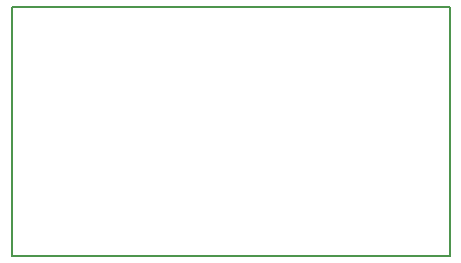
<source format=gko>
G04*
G04 #@! TF.GenerationSoftware,Altium Limited,Altium Designer,20.2.6 (244)*
G04*
G04 Layer_Color=16711935*
%FSLAX25Y25*%
%MOIN*%
G70*
G04*
G04 #@! TF.SameCoordinates,3D68E59D-D58F-4EE4-A00C-4EB088E58223*
G04*
G04*
G04 #@! TF.FilePolarity,Positive*
G04*
G01*
G75*
%ADD16C,0.00500*%
D16*
X162500Y378000D02*
X308500D01*
X162500D02*
X162500Y295000D01*
X308500D02*
Y378000D01*
X162500Y295000D02*
X308500D01*
M02*

</source>
